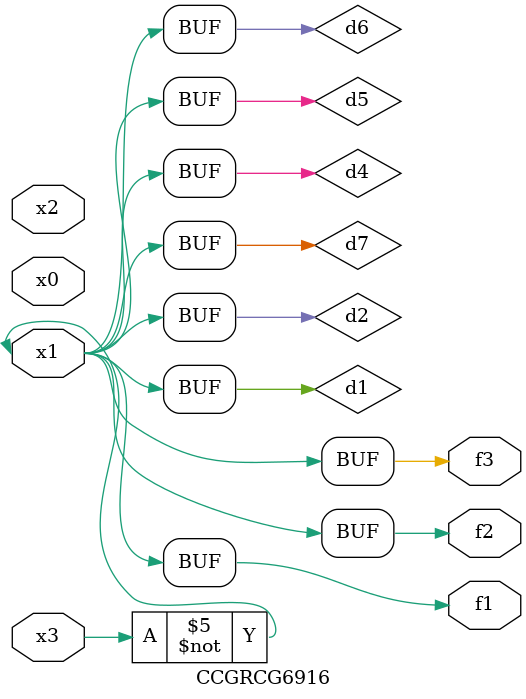
<source format=v>
module CCGRCG6916(
	input x0, x1, x2, x3,
	output f1, f2, f3
);

	wire d1, d2, d3, d4, d5, d6, d7;

	not (d1, x3);
	buf (d2, x1);
	xnor (d3, d1, d2);
	nor (d4, d1);
	buf (d5, d1, d2);
	buf (d6, d4, d5);
	nand (d7, d4);
	assign f1 = d6;
	assign f2 = d7;
	assign f3 = d6;
endmodule

</source>
